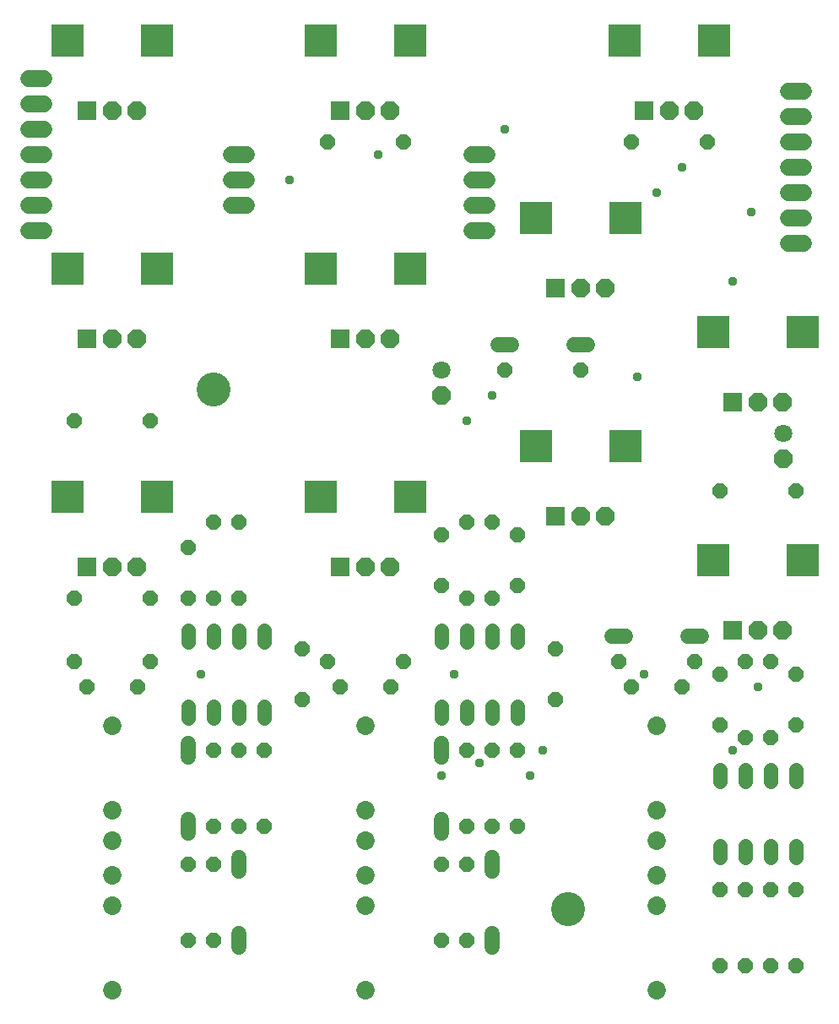
<source format=gbs>
G04 EAGLE Gerber RS-274X export*
G75*
%MOMM*%
%FSLAX34Y34*%
%LPD*%
%INSoldermask Bottom*%
%IPPOS*%
%AMOC8*
5,1,8,0,0,1.08239X$1,22.5*%
G01*
%ADD10C,3.403600*%
%ADD11R,1.879600X1.879600*%
%ADD12P,2.034460X8X292.500000*%
%ADD13R,3.319200X3.319200*%
%ADD14P,1.649562X8X202.500000*%
%ADD15C,1.853200*%
%ADD16C,1.727200*%
%ADD17P,1.951982X8X292.500000*%
%ADD18C,1.803400*%
%ADD19C,1.411200*%
%ADD20P,1.649562X8X292.500000*%
%ADD21P,1.649562X8X112.500000*%
%ADD22P,1.649562X8X22.500000*%
%ADD23C,1.524000*%
%ADD24C,0.959600*%


D10*
X558800Y95250D03*
X203200Y615950D03*
D11*
X76600Y438000D03*
D12*
X101600Y438000D03*
X126600Y438000D03*
D13*
X146600Y508000D03*
X56600Y508000D03*
D11*
X76600Y666600D03*
D12*
X101600Y666600D03*
X126600Y666600D03*
D13*
X146600Y736600D03*
X56600Y736600D03*
D11*
X76600Y895200D03*
D12*
X101600Y895200D03*
X126600Y895200D03*
D13*
X146600Y965200D03*
X56600Y965200D03*
D14*
X139700Y584200D03*
X63500Y584200D03*
D11*
X330600Y438000D03*
D12*
X355600Y438000D03*
X380600Y438000D03*
D13*
X400600Y508000D03*
X310600Y508000D03*
D11*
X330600Y895200D03*
D12*
X355600Y895200D03*
X380600Y895200D03*
D13*
X400600Y965200D03*
X310600Y965200D03*
D11*
X330600Y666600D03*
D12*
X355600Y666600D03*
X380600Y666600D03*
D13*
X400600Y736600D03*
X310600Y736600D03*
D11*
X546500Y717400D03*
D12*
X571500Y717400D03*
X596500Y717400D03*
D13*
X616500Y787400D03*
X526500Y787400D03*
D11*
X724300Y603100D03*
D12*
X749300Y603100D03*
X774300Y603100D03*
D13*
X794300Y673100D03*
X704300Y673100D03*
D11*
X546500Y488800D03*
D12*
X571500Y488800D03*
X596500Y488800D03*
D13*
X616500Y558800D03*
X526500Y558800D03*
D15*
X101600Y13500D03*
X101600Y98500D03*
X101600Y128500D03*
X101600Y278600D03*
X101600Y193600D03*
X101600Y163600D03*
X355600Y13500D03*
X355600Y98500D03*
X355600Y128500D03*
X355600Y278600D03*
X355600Y193600D03*
X355600Y163600D03*
X647700Y278600D03*
X647700Y193600D03*
X647700Y163600D03*
X647700Y13500D03*
X647700Y98500D03*
X647700Y128500D03*
D14*
X393700Y863600D03*
X317500Y863600D03*
D11*
X635400Y895200D03*
D12*
X660400Y895200D03*
X685400Y895200D03*
D13*
X705400Y965200D03*
X615400Y965200D03*
D14*
X698500Y863600D03*
X622300Y863600D03*
X139700Y406400D03*
X63500Y406400D03*
D16*
X33020Y774700D02*
X17780Y774700D01*
X17780Y800100D02*
X33020Y800100D01*
X33020Y825500D02*
X17780Y825500D01*
X17780Y850900D02*
X33020Y850900D01*
D14*
X787400Y514350D03*
X711200Y514350D03*
D17*
X774700Y546100D03*
D18*
X774700Y571500D03*
D11*
X724300Y374500D03*
D12*
X749300Y374500D03*
X774300Y374500D03*
D13*
X794300Y444500D03*
X704300Y444500D03*
D16*
X779780Y914400D02*
X795020Y914400D01*
X795020Y889000D02*
X779780Y889000D01*
X779780Y863600D02*
X795020Y863600D01*
X795020Y838200D02*
X779780Y838200D01*
X779780Y812800D02*
X795020Y812800D01*
X795020Y787400D02*
X779780Y787400D01*
X779780Y762000D02*
X795020Y762000D01*
D19*
X177800Y298140D02*
X177800Y286060D01*
X203200Y286060D02*
X203200Y298140D01*
X228600Y298140D02*
X228600Y286060D01*
X254000Y286060D02*
X254000Y298140D01*
X254000Y362260D02*
X254000Y374340D01*
X228600Y374340D02*
X228600Y362260D01*
X203200Y362260D02*
X203200Y374340D01*
X177800Y374340D02*
X177800Y362260D01*
D20*
X203200Y482600D03*
X203200Y406400D03*
D21*
X228600Y406400D03*
X228600Y482600D03*
D14*
X139700Y342900D03*
X63500Y342900D03*
D22*
X76200Y317500D03*
X127000Y317500D03*
D20*
X228600Y254000D03*
X228600Y177800D03*
X254000Y254000D03*
X254000Y177800D03*
D23*
X228600Y70104D02*
X228600Y56896D01*
X228600Y133096D02*
X228600Y146304D01*
D21*
X203200Y177800D03*
X203200Y254000D03*
D20*
X203200Y139700D03*
X203200Y63500D03*
D23*
X177800Y171196D02*
X177800Y184404D01*
X177800Y247396D02*
X177800Y260604D01*
D20*
X177800Y139700D03*
X177800Y63500D03*
X177800Y457200D03*
X177800Y406400D03*
X292100Y355600D03*
X292100Y304800D03*
D19*
X431800Y298140D02*
X431800Y286060D01*
X457200Y286060D02*
X457200Y298140D01*
X482600Y298140D02*
X482600Y286060D01*
X508000Y286060D02*
X508000Y298140D01*
X508000Y362260D02*
X508000Y374340D01*
X482600Y374340D02*
X482600Y362260D01*
X457200Y362260D02*
X457200Y374340D01*
X431800Y374340D02*
X431800Y362260D01*
X711200Y158440D02*
X711200Y146360D01*
X736600Y146360D02*
X736600Y158440D01*
X762000Y158440D02*
X762000Y146360D01*
X787400Y146360D02*
X787400Y158440D01*
X787400Y222560D02*
X787400Y234640D01*
X762000Y234640D02*
X762000Y222560D01*
X736600Y222560D02*
X736600Y234640D01*
X711200Y234640D02*
X711200Y222560D01*
D20*
X457200Y482600D03*
X457200Y406400D03*
X482600Y482600D03*
X482600Y406400D03*
D22*
X317500Y342900D03*
X393700Y342900D03*
D14*
X381000Y317500D03*
X330200Y317500D03*
D23*
X482600Y70104D02*
X482600Y56896D01*
X482600Y133096D02*
X482600Y146304D01*
D20*
X482600Y254000D03*
X482600Y177800D03*
D21*
X457200Y177800D03*
X457200Y254000D03*
D20*
X508000Y254000D03*
X508000Y177800D03*
D23*
X431800Y171196D02*
X431800Y184404D01*
X431800Y247396D02*
X431800Y260604D01*
D20*
X431800Y139700D03*
X431800Y63500D03*
X457200Y139700D03*
X457200Y63500D03*
X546100Y355600D03*
X546100Y304800D03*
X431800Y469900D03*
X431800Y419100D03*
D14*
X685800Y342900D03*
X609600Y342900D03*
D23*
X602996Y368300D02*
X616204Y368300D01*
X679196Y368300D02*
X692404Y368300D01*
D22*
X622300Y317500D03*
X673100Y317500D03*
D20*
X762000Y114300D03*
X762000Y38100D03*
X787400Y114300D03*
X787400Y38100D03*
X711200Y114300D03*
X711200Y38100D03*
D21*
X736600Y38100D03*
X736600Y114300D03*
D23*
X501904Y660400D02*
X488696Y660400D01*
X564896Y660400D02*
X578104Y660400D01*
D22*
X495300Y635000D03*
X571500Y635000D03*
D21*
X736600Y266700D03*
X736600Y342900D03*
D20*
X762000Y342900D03*
X762000Y266700D03*
X787400Y330200D03*
X787400Y279400D03*
X711200Y330200D03*
X711200Y279400D03*
D17*
X431800Y609600D03*
D18*
X431800Y635000D03*
D21*
X508000Y419100D03*
X508000Y469900D03*
D16*
X33020Y876300D02*
X17780Y876300D01*
X17780Y901700D02*
X33020Y901700D01*
X33020Y927100D02*
X17780Y927100D01*
X462280Y774700D02*
X477520Y774700D01*
X477520Y800100D02*
X462280Y800100D01*
X462280Y825500D02*
X477520Y825500D01*
X477520Y850900D02*
X462280Y850900D01*
X236220Y800100D02*
X220980Y800100D01*
X220980Y825500D02*
X236220Y825500D01*
X236220Y850900D02*
X220980Y850900D01*
D24*
X742950Y793750D03*
X628650Y628650D03*
X469900Y241300D03*
X431800Y228600D03*
X482600Y609600D03*
X368300Y850900D03*
X457200Y584200D03*
X723900Y254000D03*
X533400Y254000D03*
X495300Y876300D03*
X723900Y723900D03*
X647700Y812800D03*
X673100Y838200D03*
X635000Y330200D03*
X444500Y330200D03*
X190500Y330200D03*
X279400Y825500D03*
X749300Y317500D03*
X520700Y228600D03*
M02*

</source>
